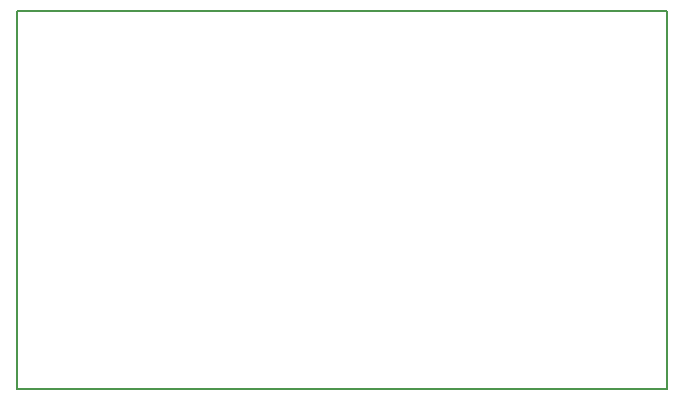
<source format=gbr>
G04 #@! TF.FileFunction,Profile,NP*
%FSLAX46Y46*%
G04 Gerber Fmt 4.6, Leading zero omitted, Abs format (unit mm)*
G04 Created by KiCad (PCBNEW 4.0.2+dfsg1-2~bpo8+1-stable) date Sat 25 Nov 2017 07:55:09 PM CST*
%MOMM*%
G01*
G04 APERTURE LIST*
%ADD10C,0.100000*%
%ADD11C,0.150000*%
G04 APERTURE END LIST*
D10*
D11*
X206000000Y-132000000D02*
X261000000Y-132000000D01*
X206000000Y-164000000D02*
X206000000Y-132000000D01*
X261000000Y-164000000D02*
X206000000Y-164000000D01*
X261000000Y-132000000D02*
X261000000Y-164000000D01*
M02*

</source>
